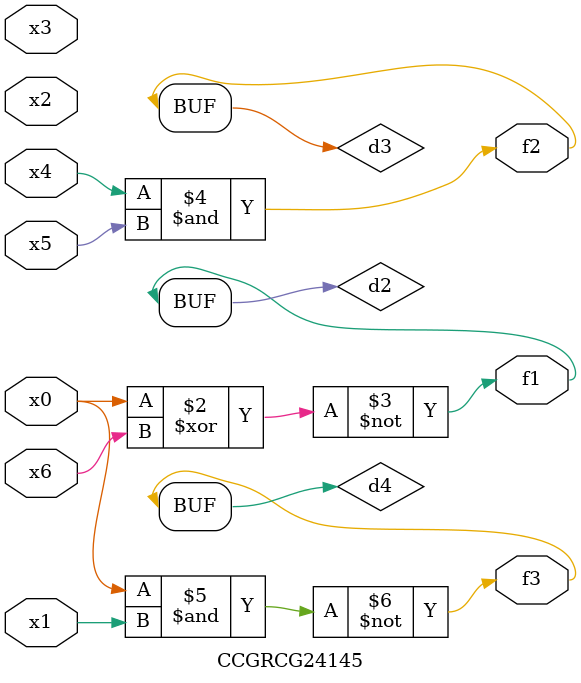
<source format=v>
module CCGRCG24145(
	input x0, x1, x2, x3, x4, x5, x6,
	output f1, f2, f3
);

	wire d1, d2, d3, d4;

	nor (d1, x0);
	xnor (d2, x0, x6);
	and (d3, x4, x5);
	nand (d4, x0, x1);
	assign f1 = d2;
	assign f2 = d3;
	assign f3 = d4;
endmodule

</source>
